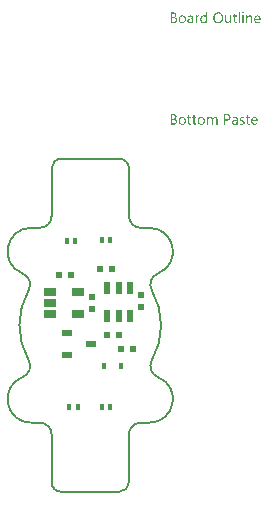
<source format=gbp>
G04*
G04 #@! TF.GenerationSoftware,Altium Limited,Altium Designer,21.8.1 (53)*
G04*
G04 Layer_Color=128*
%FSAX25Y25*%
%MOIN*%
G70*
G04*
G04 #@! TF.SameCoordinates,94FE2971-EC38-410B-9373-26AABD127CE3*
G04*
G04*
G04 #@! TF.FilePolarity,Positive*
G04*
G01*
G75*
%ADD10C,0.00787*%
%ADD33R,0.02362X0.03937*%
%ADD34R,0.03543X0.02362*%
%ADD35R,0.03937X0.02756*%
%ADD36R,0.01968X0.02165*%
%ADD38R,0.01968X0.02165*%
%ADD39R,0.02165X0.01968*%
%ADD50R,0.01280X0.02461*%
%ADD51R,0.01575X0.02362*%
G36*
X0050981Y0136890D02*
X0051006D01*
X0051061Y0136865D01*
X0051092Y0136846D01*
X0051123Y0136821D01*
X0051129Y0136815D01*
X0051135Y0136809D01*
X0051166Y0136772D01*
X0051191Y0136710D01*
X0051197Y0136673D01*
X0051204Y0136636D01*
Y0136629D01*
Y0136617D01*
X0051197Y0136599D01*
X0051191Y0136574D01*
X0051173Y0136512D01*
X0051148Y0136481D01*
X0051123Y0136450D01*
X0051117D01*
X0051111Y0136438D01*
X0051074Y0136413D01*
X0051018Y0136388D01*
X0050981Y0136382D01*
X0050944Y0136376D01*
X0050925D01*
X0050906Y0136382D01*
X0050882D01*
X0050820Y0136407D01*
X0050789Y0136419D01*
X0050758Y0136444D01*
Y0136450D01*
X0050745Y0136456D01*
X0050733Y0136475D01*
X0050721Y0136493D01*
X0050696Y0136555D01*
X0050690Y0136592D01*
X0050684Y0136636D01*
Y0136642D01*
Y0136654D01*
X0050690Y0136673D01*
X0050696Y0136704D01*
X0050715Y0136759D01*
X0050733Y0136791D01*
X0050758Y0136821D01*
X0050764Y0136828D01*
X0050770Y0136834D01*
X0050807Y0136858D01*
X0050869Y0136883D01*
X0050906Y0136896D01*
X0050962D01*
X0050981Y0136890D01*
D02*
G37*
G36*
X0038991Y0133225D02*
X0038588D01*
Y0133646D01*
X0038576D01*
Y0133640D01*
X0038564Y0133627D01*
X0038545Y0133603D01*
X0038526Y0133572D01*
X0038495Y0133535D01*
X0038458Y0133497D01*
X0038415Y0133454D01*
X0038366Y0133411D01*
X0038310Y0133361D01*
X0038242Y0133318D01*
X0038174Y0133281D01*
X0038093Y0133244D01*
X0038013Y0133213D01*
X0037920Y0133188D01*
X0037821Y0133176D01*
X0037716Y0133169D01*
X0037672D01*
X0037635Y0133176D01*
X0037598Y0133182D01*
X0037548Y0133188D01*
X0037443Y0133213D01*
X0037319Y0133250D01*
X0037196Y0133312D01*
X0037128Y0133349D01*
X0037072Y0133392D01*
X0037010Y0133448D01*
X0036954Y0133504D01*
Y0133510D01*
X0036942Y0133522D01*
X0036929Y0133541D01*
X0036911Y0133565D01*
X0036892Y0133596D01*
X0036867Y0133640D01*
X0036843Y0133689D01*
X0036818Y0133745D01*
X0036787Y0133807D01*
X0036762Y0133875D01*
X0036737Y0133949D01*
X0036719Y0134030D01*
X0036700Y0134116D01*
X0036688Y0134215D01*
X0036682Y0134315D01*
X0036676Y0134420D01*
Y0134426D01*
Y0134444D01*
Y0134482D01*
X0036682Y0134525D01*
X0036688Y0134574D01*
X0036694Y0134636D01*
X0036700Y0134704D01*
X0036713Y0134779D01*
X0036750Y0134940D01*
X0036806Y0135107D01*
X0036843Y0135187D01*
X0036886Y0135268D01*
X0036929Y0135342D01*
X0036985Y0135416D01*
X0036991Y0135423D01*
X0036998Y0135435D01*
X0037016Y0135453D01*
X0037041Y0135478D01*
X0037072Y0135503D01*
X0037115Y0135534D01*
X0037159Y0135571D01*
X0037208Y0135608D01*
X0037332Y0135676D01*
X0037474Y0135738D01*
X0037555Y0135757D01*
X0037641Y0135775D01*
X0037728Y0135788D01*
X0037827Y0135794D01*
X0037876D01*
X0037914Y0135788D01*
X0037951Y0135782D01*
X0038000Y0135775D01*
X0038112Y0135744D01*
X0038236Y0135695D01*
X0038297Y0135664D01*
X0038359Y0135620D01*
X0038421Y0135577D01*
X0038477Y0135521D01*
X0038526Y0135460D01*
X0038576Y0135385D01*
X0038588D01*
Y0136945D01*
X0038991D01*
Y0133225D01*
D02*
G37*
G36*
X0053259Y0135788D02*
X0053333Y0135782D01*
X0053426Y0135763D01*
X0053525Y0135732D01*
X0053630Y0135682D01*
X0053735Y0135614D01*
X0053779Y0135577D01*
X0053822Y0135528D01*
X0053834Y0135515D01*
X0053859Y0135478D01*
X0053890Y0135416D01*
X0053933Y0135330D01*
X0053970Y0135224D01*
X0054008Y0135094D01*
X0054032Y0134940D01*
X0054039Y0134760D01*
Y0133225D01*
X0053636D01*
Y0134655D01*
Y0134661D01*
Y0134692D01*
X0053630Y0134729D01*
Y0134779D01*
X0053618Y0134841D01*
X0053605Y0134909D01*
X0053587Y0134983D01*
X0053562Y0135057D01*
X0053531Y0135132D01*
X0053494Y0135200D01*
X0053444Y0135268D01*
X0053389Y0135330D01*
X0053327Y0135379D01*
X0053246Y0135416D01*
X0053160Y0135447D01*
X0053054Y0135453D01*
X0053042D01*
X0053005Y0135447D01*
X0052949Y0135441D01*
X0052881Y0135423D01*
X0052801Y0135398D01*
X0052714Y0135354D01*
X0052634Y0135299D01*
X0052553Y0135224D01*
X0052547Y0135212D01*
X0052522Y0135187D01*
X0052491Y0135138D01*
X0052454Y0135070D01*
X0052417Y0134989D01*
X0052386Y0134890D01*
X0052361Y0134779D01*
X0052355Y0134655D01*
Y0133225D01*
X0051953D01*
Y0135738D01*
X0052355D01*
Y0135317D01*
X0052367D01*
X0052373Y0135323D01*
X0052380Y0135336D01*
X0052398Y0135361D01*
X0052423Y0135391D01*
X0052448Y0135429D01*
X0052485Y0135466D01*
X0052528Y0135509D01*
X0052578Y0135559D01*
X0052634Y0135602D01*
X0052695Y0135645D01*
X0052763Y0135682D01*
X0052838Y0135720D01*
X0052912Y0135750D01*
X0052999Y0135775D01*
X0053092Y0135788D01*
X0053191Y0135794D01*
X0053228D01*
X0053259Y0135788D01*
D02*
G37*
G36*
X0036261Y0135775D02*
X0036335Y0135769D01*
X0036378Y0135757D01*
X0036410Y0135744D01*
Y0135330D01*
X0036403Y0135336D01*
X0036391Y0135342D01*
X0036366Y0135354D01*
X0036335Y0135373D01*
X0036292Y0135385D01*
X0036236Y0135398D01*
X0036174Y0135404D01*
X0036106Y0135410D01*
X0036094D01*
X0036063Y0135404D01*
X0036013Y0135398D01*
X0035958Y0135379D01*
X0035883Y0135348D01*
X0035815Y0135305D01*
X0035741Y0135243D01*
X0035673Y0135162D01*
X0035667Y0135150D01*
X0035648Y0135119D01*
X0035617Y0135063D01*
X0035586Y0134989D01*
X0035555Y0134896D01*
X0035524Y0134779D01*
X0035506Y0134649D01*
X0035500Y0134500D01*
Y0133225D01*
X0035097D01*
Y0135738D01*
X0035500D01*
Y0135218D01*
X0035512D01*
Y0135224D01*
X0035518Y0135231D01*
X0035530Y0135261D01*
X0035549Y0135311D01*
X0035580Y0135373D01*
X0035611Y0135435D01*
X0035660Y0135503D01*
X0035710Y0135571D01*
X0035772Y0135633D01*
X0035778Y0135639D01*
X0035803Y0135658D01*
X0035840Y0135682D01*
X0035890Y0135707D01*
X0035945Y0135732D01*
X0036013Y0135757D01*
X0036088Y0135775D01*
X0036168Y0135782D01*
X0036224D01*
X0036261Y0135775D01*
D02*
G37*
G36*
X0047001Y0133225D02*
X0046598D01*
Y0133621D01*
X0046586D01*
Y0133615D01*
X0046573Y0133603D01*
X0046561Y0133578D01*
X0046536Y0133553D01*
X0046481Y0133479D01*
X0046394Y0133398D01*
X0046344Y0133355D01*
X0046289Y0133312D01*
X0046227Y0133274D01*
X0046152Y0133237D01*
X0046078Y0133213D01*
X0045998Y0133188D01*
X0045905Y0133176D01*
X0045812Y0133169D01*
X0045775D01*
X0045732Y0133176D01*
X0045670Y0133188D01*
X0045602Y0133200D01*
X0045527Y0133225D01*
X0045447Y0133256D01*
X0045366Y0133306D01*
X0045280Y0133361D01*
X0045199Y0133429D01*
X0045125Y0133516D01*
X0045057Y0133621D01*
X0044995Y0133739D01*
X0044952Y0133881D01*
X0044927Y0134048D01*
X0044914Y0134135D01*
Y0134234D01*
Y0135738D01*
X0045311D01*
Y0134296D01*
Y0134290D01*
Y0134265D01*
X0045317Y0134222D01*
X0045323Y0134172D01*
X0045329Y0134110D01*
X0045342Y0134048D01*
X0045360Y0133974D01*
X0045385Y0133900D01*
X0045422Y0133825D01*
X0045459Y0133757D01*
X0045509Y0133689D01*
X0045571Y0133627D01*
X0045639Y0133578D01*
X0045719Y0133541D01*
X0045818Y0133510D01*
X0045924Y0133504D01*
X0045936D01*
X0045973Y0133510D01*
X0046029Y0133516D01*
X0046091Y0133528D01*
X0046171Y0133559D01*
X0046252Y0133596D01*
X0046332Y0133646D01*
X0046406Y0133720D01*
X0046413Y0133733D01*
X0046437Y0133757D01*
X0046468Y0133807D01*
X0046505Y0133875D01*
X0046536Y0133955D01*
X0046567Y0134055D01*
X0046592Y0134166D01*
X0046598Y0134290D01*
Y0135738D01*
X0047001D01*
Y0133225D01*
D02*
G37*
G36*
X0051135D02*
X0050733D01*
Y0135738D01*
X0051135D01*
Y0133225D01*
D02*
G37*
G36*
X0049916D02*
X0049514D01*
Y0136945D01*
X0049916D01*
Y0133225D01*
D02*
G37*
G36*
X0033537Y0135788D02*
X0033593Y0135782D01*
X0033661Y0135763D01*
X0033735Y0135744D01*
X0033816Y0135713D01*
X0033902Y0135676D01*
X0033983Y0135627D01*
X0034064Y0135565D01*
X0034138Y0135491D01*
X0034206Y0135398D01*
X0034262Y0135292D01*
X0034305Y0135169D01*
X0034330Y0135026D01*
X0034342Y0134859D01*
Y0133225D01*
X0033940D01*
Y0133615D01*
X0033927D01*
Y0133609D01*
X0033915Y0133596D01*
X0033902Y0133572D01*
X0033878Y0133547D01*
X0033816Y0133473D01*
X0033735Y0133392D01*
X0033624Y0133312D01*
X0033494Y0133237D01*
X0033413Y0133213D01*
X0033333Y0133188D01*
X0033246Y0133176D01*
X0033154Y0133169D01*
X0033116D01*
X0033092Y0133176D01*
X0033024Y0133182D01*
X0032943Y0133194D01*
X0032844Y0133219D01*
X0032751Y0133250D01*
X0032652Y0133299D01*
X0032566Y0133361D01*
X0032559Y0133374D01*
X0032535Y0133398D01*
X0032497Y0133442D01*
X0032460Y0133504D01*
X0032423Y0133578D01*
X0032386Y0133665D01*
X0032361Y0133770D01*
X0032355Y0133887D01*
Y0133894D01*
Y0133918D01*
X0032361Y0133955D01*
X0032367Y0133999D01*
X0032380Y0134055D01*
X0032398Y0134116D01*
X0032423Y0134185D01*
X0032460Y0134253D01*
X0032504Y0134327D01*
X0032559Y0134401D01*
X0032627Y0134469D01*
X0032708Y0134531D01*
X0032801Y0134593D01*
X0032912Y0134643D01*
X0033036Y0134680D01*
X0033184Y0134711D01*
X0033940Y0134816D01*
Y0134822D01*
Y0134841D01*
X0033933Y0134878D01*
Y0134915D01*
X0033921Y0134964D01*
X0033915Y0135020D01*
X0033878Y0135138D01*
X0033847Y0135193D01*
X0033816Y0135249D01*
X0033773Y0135305D01*
X0033723Y0135354D01*
X0033661Y0135398D01*
X0033593Y0135429D01*
X0033513Y0135447D01*
X0033420Y0135453D01*
X0033376D01*
X0033345Y0135447D01*
X0033302D01*
X0033259Y0135435D01*
X0033147Y0135416D01*
X0033024Y0135379D01*
X0032887Y0135323D01*
X0032813Y0135286D01*
X0032745Y0135249D01*
X0032671Y0135200D01*
X0032603Y0135144D01*
Y0135559D01*
X0032609D01*
X0032621Y0135571D01*
X0032640Y0135583D01*
X0032671Y0135596D01*
X0032702Y0135614D01*
X0032745Y0135633D01*
X0032794Y0135652D01*
X0032850Y0135676D01*
X0032974Y0135720D01*
X0033123Y0135757D01*
X0033283Y0135782D01*
X0033457Y0135794D01*
X0033494D01*
X0033537Y0135788D01*
D02*
G37*
G36*
X0027849Y0136735D02*
X0027892D01*
X0027935Y0136729D01*
X0028034Y0136716D01*
X0028152Y0136685D01*
X0028276Y0136648D01*
X0028393Y0136592D01*
X0028499Y0136518D01*
X0028505D01*
X0028511Y0136506D01*
X0028542Y0136481D01*
X0028585Y0136431D01*
X0028635Y0136363D01*
X0028678Y0136277D01*
X0028721Y0136178D01*
X0028752Y0136066D01*
X0028765Y0136004D01*
Y0135936D01*
Y0135930D01*
Y0135924D01*
Y0135887D01*
X0028759Y0135831D01*
X0028746Y0135763D01*
X0028728Y0135676D01*
X0028697Y0135590D01*
X0028660Y0135503D01*
X0028604Y0135416D01*
X0028598Y0135404D01*
X0028573Y0135379D01*
X0028536Y0135342D01*
X0028486Y0135292D01*
X0028424Y0135243D01*
X0028350Y0135187D01*
X0028257Y0135144D01*
X0028158Y0135101D01*
Y0135094D01*
X0028177D01*
X0028195Y0135088D01*
X0028214Y0135082D01*
X0028282Y0135070D01*
X0028363Y0135045D01*
X0028449Y0135008D01*
X0028542Y0134964D01*
X0028635Y0134903D01*
X0028721Y0134822D01*
X0028734Y0134810D01*
X0028759Y0134779D01*
X0028790Y0134735D01*
X0028833Y0134667D01*
X0028870Y0134581D01*
X0028907Y0134482D01*
X0028932Y0134364D01*
X0028938Y0134234D01*
Y0134228D01*
Y0134215D01*
Y0134191D01*
X0028932Y0134160D01*
X0028926Y0134123D01*
X0028920Y0134079D01*
X0028895Y0133974D01*
X0028858Y0133856D01*
X0028802Y0133733D01*
X0028765Y0133677D01*
X0028721Y0133615D01*
X0028666Y0133559D01*
X0028610Y0133504D01*
X0028604D01*
X0028598Y0133491D01*
X0028579Y0133479D01*
X0028554Y0133460D01*
X0028523Y0133442D01*
X0028480Y0133417D01*
X0028387Y0133367D01*
X0028270Y0133312D01*
X0028133Y0133268D01*
X0027972Y0133237D01*
X0027892Y0133231D01*
X0027799Y0133225D01*
X0026772D01*
Y0136741D01*
X0027818D01*
X0027849Y0136735D01*
D02*
G37*
G36*
X0048344Y0135738D02*
X0048981D01*
Y0135391D01*
X0048344D01*
Y0133974D01*
Y0133962D01*
Y0133931D01*
X0048350Y0133887D01*
X0048356Y0133832D01*
X0048381Y0133714D01*
X0048399Y0133658D01*
X0048430Y0133615D01*
X0048437Y0133609D01*
X0048449Y0133596D01*
X0048468Y0133584D01*
X0048499Y0133565D01*
X0048536Y0133541D01*
X0048585Y0133528D01*
X0048647Y0133516D01*
X0048715Y0133510D01*
X0048740D01*
X0048771Y0133516D01*
X0048808Y0133522D01*
X0048895Y0133547D01*
X0048938Y0133565D01*
X0048981Y0133590D01*
Y0133244D01*
X0048975D01*
X0048957Y0133231D01*
X0048926Y0133225D01*
X0048882Y0133213D01*
X0048827Y0133200D01*
X0048765Y0133188D01*
X0048690Y0133182D01*
X0048604Y0133176D01*
X0048573D01*
X0048542Y0133182D01*
X0048499Y0133188D01*
X0048449Y0133200D01*
X0048393Y0133213D01*
X0048338Y0133237D01*
X0048276Y0133268D01*
X0048214Y0133306D01*
X0048152Y0133355D01*
X0048096Y0133411D01*
X0048047Y0133485D01*
X0048003Y0133565D01*
X0047972Y0133665D01*
X0047948Y0133776D01*
X0047941Y0133906D01*
Y0135391D01*
X0047514D01*
Y0135738D01*
X0047941D01*
Y0136351D01*
X0048344Y0136481D01*
Y0135738D01*
D02*
G37*
G36*
X0055871Y0135788D02*
X0055914Y0135782D01*
X0055958Y0135775D01*
X0056069Y0135757D01*
X0056193Y0135713D01*
X0056317Y0135658D01*
X0056378Y0135620D01*
X0056440Y0135577D01*
X0056496Y0135528D01*
X0056552Y0135472D01*
X0056558Y0135466D01*
X0056564Y0135460D01*
X0056577Y0135441D01*
X0056595Y0135416D01*
X0056614Y0135379D01*
X0056638Y0135342D01*
X0056663Y0135299D01*
X0056688Y0135243D01*
X0056713Y0135181D01*
X0056737Y0135119D01*
X0056762Y0135045D01*
X0056781Y0134964D01*
X0056799Y0134878D01*
X0056812Y0134791D01*
X0056824Y0134692D01*
Y0134587D01*
Y0134376D01*
X0055048D01*
Y0134370D01*
Y0134358D01*
Y0134339D01*
X0055054Y0134308D01*
X0055060Y0134271D01*
Y0134234D01*
X0055079Y0134135D01*
X0055110Y0134036D01*
X0055147Y0133924D01*
X0055202Y0133819D01*
X0055270Y0133726D01*
X0055283Y0133714D01*
X0055308Y0133689D01*
X0055357Y0133658D01*
X0055425Y0133615D01*
X0055512Y0133572D01*
X0055611Y0133541D01*
X0055729Y0133516D01*
X0055865Y0133504D01*
X0055908D01*
X0055939Y0133510D01*
X0055976D01*
X0056019Y0133516D01*
X0056125Y0133541D01*
X0056242Y0133572D01*
X0056372Y0133621D01*
X0056508Y0133689D01*
X0056577Y0133733D01*
X0056645Y0133782D01*
Y0133405D01*
X0056638D01*
X0056632Y0133392D01*
X0056614Y0133386D01*
X0056583Y0133367D01*
X0056552Y0133349D01*
X0056515Y0133330D01*
X0056465Y0133312D01*
X0056416Y0133287D01*
X0056354Y0133262D01*
X0056286Y0133244D01*
X0056137Y0133206D01*
X0055964Y0133182D01*
X0055772Y0133169D01*
X0055722D01*
X0055685Y0133176D01*
X0055642Y0133182D01*
X0055586Y0133188D01*
X0055468Y0133213D01*
X0055332Y0133250D01*
X0055196Y0133312D01*
X0055128Y0133355D01*
X0055060Y0133398D01*
X0054998Y0133448D01*
X0054936Y0133510D01*
X0054930Y0133516D01*
X0054924Y0133528D01*
X0054911Y0133547D01*
X0054887Y0133572D01*
X0054868Y0133609D01*
X0054843Y0133652D01*
X0054812Y0133702D01*
X0054788Y0133757D01*
X0054757Y0133819D01*
X0054732Y0133894D01*
X0054701Y0133974D01*
X0054682Y0134061D01*
X0054664Y0134153D01*
X0054645Y0134253D01*
X0054639Y0134358D01*
X0054633Y0134469D01*
Y0134475D01*
Y0134494D01*
Y0134525D01*
X0054639Y0134568D01*
X0054645Y0134618D01*
X0054651Y0134674D01*
X0054658Y0134742D01*
X0054676Y0134810D01*
X0054713Y0134958D01*
X0054769Y0135119D01*
X0054806Y0135200D01*
X0054856Y0135274D01*
X0054905Y0135354D01*
X0054961Y0135423D01*
X0054967Y0135429D01*
X0054979Y0135441D01*
X0054998Y0135460D01*
X0055023Y0135478D01*
X0055054Y0135509D01*
X0055091Y0135540D01*
X0055140Y0135571D01*
X0055190Y0135608D01*
X0055308Y0135676D01*
X0055450Y0135738D01*
X0055530Y0135757D01*
X0055611Y0135775D01*
X0055698Y0135788D01*
X0055790Y0135794D01*
X0055840D01*
X0055871Y0135788D01*
D02*
G37*
G36*
X0042829Y0136797D02*
X0042890Y0136791D01*
X0042965Y0136778D01*
X0043045Y0136759D01*
X0043132Y0136741D01*
X0043218Y0136716D01*
X0043317Y0136685D01*
X0043410Y0136642D01*
X0043509Y0136592D01*
X0043608Y0136537D01*
X0043701Y0136469D01*
X0043794Y0136394D01*
X0043881Y0136308D01*
X0043887Y0136301D01*
X0043899Y0136283D01*
X0043924Y0136258D01*
X0043949Y0136221D01*
X0043986Y0136171D01*
X0044023Y0136109D01*
X0044060Y0136041D01*
X0044104Y0135967D01*
X0044147Y0135874D01*
X0044184Y0135782D01*
X0044221Y0135676D01*
X0044258Y0135559D01*
X0044283Y0135441D01*
X0044308Y0135311D01*
X0044320Y0135169D01*
X0044326Y0135026D01*
Y0135014D01*
Y0134989D01*
Y0134946D01*
X0044320Y0134884D01*
X0044314Y0134810D01*
X0044302Y0134729D01*
X0044289Y0134636D01*
X0044271Y0134531D01*
X0044246Y0134426D01*
X0044215Y0134315D01*
X0044178Y0134203D01*
X0044135Y0134092D01*
X0044079Y0133974D01*
X0044017Y0133869D01*
X0043949Y0133764D01*
X0043868Y0133665D01*
X0043862Y0133658D01*
X0043850Y0133646D01*
X0043819Y0133621D01*
X0043788Y0133590D01*
X0043738Y0133547D01*
X0043683Y0133510D01*
X0043621Y0133460D01*
X0043547Y0133417D01*
X0043466Y0133374D01*
X0043373Y0133324D01*
X0043274Y0133287D01*
X0043163Y0133250D01*
X0043045Y0133213D01*
X0042921Y0133188D01*
X0042791Y0133176D01*
X0042649Y0133169D01*
X0042618D01*
X0042575Y0133176D01*
X0042525D01*
X0042463Y0133182D01*
X0042389Y0133194D01*
X0042309Y0133213D01*
X0042216Y0133231D01*
X0042123Y0133256D01*
X0042024Y0133287D01*
X0041925Y0133330D01*
X0041826Y0133374D01*
X0041727Y0133429D01*
X0041628Y0133497D01*
X0041535Y0133572D01*
X0041448Y0133658D01*
X0041442Y0133665D01*
X0041430Y0133683D01*
X0041405Y0133708D01*
X0041380Y0133745D01*
X0041343Y0133794D01*
X0041306Y0133856D01*
X0041269Y0133924D01*
X0041225Y0134005D01*
X0041182Y0134092D01*
X0041145Y0134185D01*
X0041108Y0134290D01*
X0041071Y0134407D01*
X0041046Y0134525D01*
X0041021Y0134655D01*
X0041009Y0134797D01*
X0041003Y0134940D01*
Y0134952D01*
Y0134977D01*
X0041009Y0135020D01*
Y0135082D01*
X0041015Y0135150D01*
X0041027Y0135237D01*
X0041040Y0135330D01*
X0041058Y0135429D01*
X0041083Y0135534D01*
X0041114Y0135645D01*
X0041151Y0135757D01*
X0041194Y0135868D01*
X0041250Y0135980D01*
X0041312Y0136091D01*
X0041380Y0136196D01*
X0041460Y0136295D01*
X0041467Y0136301D01*
X0041479Y0136320D01*
X0041510Y0136345D01*
X0041547Y0136376D01*
X0041590Y0136413D01*
X0041646Y0136456D01*
X0041714Y0136500D01*
X0041789Y0136549D01*
X0041875Y0136599D01*
X0041968Y0136642D01*
X0042067Y0136685D01*
X0042179Y0136722D01*
X0042302Y0136753D01*
X0042432Y0136784D01*
X0042568Y0136797D01*
X0042711Y0136803D01*
X0042779D01*
X0042829Y0136797D01*
D02*
G37*
G36*
X0030801Y0135788D02*
X0030845Y0135782D01*
X0030900Y0135775D01*
X0031024Y0135750D01*
X0031167Y0135707D01*
X0031309Y0135645D01*
X0031383Y0135608D01*
X0031451Y0135565D01*
X0031519Y0135509D01*
X0031581Y0135447D01*
X0031587Y0135441D01*
X0031594Y0135429D01*
X0031612Y0135410D01*
X0031631Y0135385D01*
X0031656Y0135348D01*
X0031680Y0135305D01*
X0031711Y0135255D01*
X0031742Y0135200D01*
X0031767Y0135132D01*
X0031798Y0135063D01*
X0031823Y0134983D01*
X0031847Y0134896D01*
X0031866Y0134803D01*
X0031885Y0134704D01*
X0031891Y0134599D01*
X0031897Y0134488D01*
Y0134482D01*
Y0134463D01*
Y0134432D01*
X0031891Y0134389D01*
X0031885Y0134339D01*
X0031878Y0134277D01*
X0031866Y0134215D01*
X0031854Y0134141D01*
X0031817Y0133993D01*
X0031755Y0133832D01*
X0031718Y0133751D01*
X0031668Y0133671D01*
X0031618Y0133596D01*
X0031556Y0133528D01*
X0031550Y0133522D01*
X0031538Y0133516D01*
X0031519Y0133497D01*
X0031495Y0133473D01*
X0031457Y0133448D01*
X0031420Y0133417D01*
X0031371Y0133380D01*
X0031315Y0133349D01*
X0031253Y0133318D01*
X0031185Y0133281D01*
X0031111Y0133250D01*
X0031030Y0133225D01*
X0030944Y0133200D01*
X0030851Y0133188D01*
X0030752Y0133176D01*
X0030647Y0133169D01*
X0030591D01*
X0030554Y0133176D01*
X0030510Y0133182D01*
X0030455Y0133188D01*
X0030393Y0133200D01*
X0030325Y0133213D01*
X0030182Y0133256D01*
X0030034Y0133318D01*
X0029959Y0133355D01*
X0029891Y0133405D01*
X0029823Y0133454D01*
X0029755Y0133516D01*
X0029749Y0133522D01*
X0029743Y0133535D01*
X0029724Y0133553D01*
X0029706Y0133578D01*
X0029681Y0133615D01*
X0029650Y0133658D01*
X0029619Y0133708D01*
X0029594Y0133764D01*
X0029563Y0133832D01*
X0029532Y0133900D01*
X0029501Y0133974D01*
X0029477Y0134061D01*
X0029439Y0134246D01*
X0029433Y0134345D01*
X0029427Y0134451D01*
Y0134457D01*
Y0134482D01*
Y0134512D01*
X0029433Y0134556D01*
X0029439Y0134605D01*
X0029446Y0134667D01*
X0029458Y0134735D01*
X0029471Y0134810D01*
X0029508Y0134971D01*
X0029570Y0135132D01*
X0029613Y0135212D01*
X0029656Y0135292D01*
X0029706Y0135367D01*
X0029768Y0135435D01*
X0029774Y0135441D01*
X0029786Y0135453D01*
X0029805Y0135466D01*
X0029829Y0135491D01*
X0029867Y0135515D01*
X0029910Y0135546D01*
X0029959Y0135583D01*
X0030015Y0135614D01*
X0030077Y0135645D01*
X0030151Y0135682D01*
X0030226Y0135713D01*
X0030312Y0135738D01*
X0030399Y0135763D01*
X0030498Y0135782D01*
X0030603Y0135788D01*
X0030709Y0135794D01*
X0030764D01*
X0030801Y0135788D01*
D02*
G37*
G36*
X0050900Y0101929D02*
X0050981Y0101923D01*
X0051067Y0101911D01*
X0051166Y0101886D01*
X0051266Y0101861D01*
X0051364Y0101824D01*
Y0101416D01*
X0051352Y0101422D01*
X0051315Y0101447D01*
X0051259Y0101471D01*
X0051185Y0101508D01*
X0051092Y0101539D01*
X0050981Y0101570D01*
X0050857Y0101589D01*
X0050727Y0101595D01*
X0050659D01*
X0050597Y0101583D01*
X0050523Y0101570D01*
X0050516D01*
X0050510Y0101564D01*
X0050473Y0101552D01*
X0050424Y0101527D01*
X0050368Y0101496D01*
X0050355Y0101490D01*
X0050331Y0101465D01*
X0050300Y0101428D01*
X0050269Y0101385D01*
X0050263Y0101372D01*
X0050250Y0101341D01*
X0050238Y0101298D01*
X0050232Y0101242D01*
Y0101236D01*
Y0101224D01*
Y0101205D01*
X0050238Y0101187D01*
X0050250Y0101131D01*
X0050269Y0101075D01*
X0050275Y0101063D01*
X0050294Y0101038D01*
X0050331Y0101001D01*
X0050374Y0100958D01*
X0050380D01*
X0050387Y0100951D01*
X0050424Y0100927D01*
X0050473Y0100896D01*
X0050541Y0100865D01*
X0050547D01*
X0050560Y0100858D01*
X0050578Y0100852D01*
X0050609Y0100840D01*
X0050677Y0100815D01*
X0050764Y0100778D01*
X0050770D01*
X0050795Y0100766D01*
X0050826Y0100753D01*
X0050863Y0100741D01*
X0050962Y0100698D01*
X0051061Y0100648D01*
X0051067D01*
X0051086Y0100636D01*
X0051111Y0100623D01*
X0051142Y0100605D01*
X0051216Y0100555D01*
X0051290Y0100493D01*
X0051296Y0100487D01*
X0051309Y0100481D01*
X0051321Y0100462D01*
X0051346Y0100438D01*
X0051389Y0100376D01*
X0051433Y0100295D01*
Y0100289D01*
X0051439Y0100277D01*
X0051451Y0100252D01*
X0051457Y0100221D01*
X0051470Y0100184D01*
X0051476Y0100141D01*
X0051482Y0100035D01*
Y0100029D01*
Y0100004D01*
X0051476Y0099967D01*
X0051470Y0099924D01*
X0051464Y0099874D01*
X0051445Y0099819D01*
X0051426Y0099769D01*
X0051395Y0099713D01*
X0051389Y0099707D01*
X0051383Y0099689D01*
X0051364Y0099664D01*
X0051340Y0099633D01*
X0051309Y0099596D01*
X0051272Y0099559D01*
X0051179Y0099484D01*
X0051173Y0099478D01*
X0051154Y0099472D01*
X0051129Y0099453D01*
X0051086Y0099435D01*
X0051043Y0099410D01*
X0050987Y0099392D01*
X0050931Y0099373D01*
X0050863Y0099354D01*
X0050857D01*
X0050832Y0099348D01*
X0050795Y0099342D01*
X0050752Y0099336D01*
X0050690Y0099323D01*
X0050628Y0099317D01*
X0050485Y0099311D01*
X0050424D01*
X0050349Y0099317D01*
X0050257Y0099330D01*
X0050151Y0099348D01*
X0050040Y0099373D01*
X0049928Y0099404D01*
X0049817Y0099453D01*
Y0099887D01*
X0049823D01*
X0049829Y0099874D01*
X0049848Y0099862D01*
X0049873Y0099850D01*
X0049941Y0099812D01*
X0050034Y0099769D01*
X0050139Y0099720D01*
X0050263Y0099682D01*
X0050399Y0099658D01*
X0050541Y0099645D01*
X0050591D01*
X0050622Y0099651D01*
X0050708Y0099664D01*
X0050807Y0099689D01*
X0050900Y0099732D01*
X0050944Y0099763D01*
X0050987Y0099794D01*
X0051018Y0099837D01*
X0051043Y0099880D01*
X0051061Y0099936D01*
X0051067Y0099998D01*
Y0100004D01*
Y0100017D01*
Y0100035D01*
X0051061Y0100054D01*
X0051049Y0100110D01*
X0051024Y0100165D01*
Y0100171D01*
X0051018Y0100178D01*
X0050993Y0100209D01*
X0050956Y0100252D01*
X0050900Y0100289D01*
X0050894D01*
X0050888Y0100301D01*
X0050851Y0100320D01*
X0050795Y0100357D01*
X0050721Y0100388D01*
X0050715D01*
X0050702Y0100394D01*
X0050684Y0100407D01*
X0050653Y0100419D01*
X0050585Y0100444D01*
X0050498Y0100481D01*
X0050492D01*
X0050467Y0100493D01*
X0050436Y0100506D01*
X0050399Y0100518D01*
X0050300Y0100561D01*
X0050201Y0100611D01*
X0050195Y0100617D01*
X0050182Y0100623D01*
X0050157Y0100636D01*
X0050126Y0100654D01*
X0050058Y0100704D01*
X0049990Y0100759D01*
X0049984Y0100766D01*
X0049978Y0100772D01*
X0049959Y0100790D01*
X0049941Y0100815D01*
X0049898Y0100877D01*
X0049860Y0100951D01*
Y0100958D01*
X0049854Y0100970D01*
X0049848Y0100995D01*
X0049842Y0101026D01*
X0049836Y0101063D01*
X0049829Y0101106D01*
X0049823Y0101211D01*
Y0101218D01*
Y0101242D01*
X0049829Y0101273D01*
X0049836Y0101317D01*
X0049842Y0101366D01*
X0049860Y0101416D01*
X0049879Y0101471D01*
X0049904Y0101521D01*
X0049910Y0101527D01*
X0049916Y0101546D01*
X0049935Y0101570D01*
X0049959Y0101601D01*
X0050028Y0101676D01*
X0050114Y0101750D01*
X0050120Y0101756D01*
X0050139Y0101762D01*
X0050164Y0101781D01*
X0050207Y0101799D01*
X0050250Y0101824D01*
X0050300Y0101849D01*
X0050424Y0101886D01*
X0050430D01*
X0050455Y0101892D01*
X0050485Y0101905D01*
X0050535Y0101911D01*
X0050585Y0101923D01*
X0050647Y0101929D01*
X0050783Y0101936D01*
X0050838D01*
X0050900Y0101929D01*
D02*
G37*
G36*
X0041708D02*
X0041764Y0101917D01*
X0041826Y0101905D01*
X0041894Y0101880D01*
X0041974Y0101849D01*
X0042049Y0101806D01*
X0042129Y0101756D01*
X0042203Y0101688D01*
X0042271Y0101601D01*
X0042333Y0101502D01*
X0042389Y0101391D01*
X0042426Y0101249D01*
X0042457Y0101094D01*
X0042463Y0100914D01*
Y0099367D01*
X0042061D01*
Y0100809D01*
Y0100815D01*
Y0100828D01*
Y0100846D01*
Y0100877D01*
X0042055Y0100951D01*
X0042042Y0101038D01*
X0042030Y0101137D01*
X0042005Y0101236D01*
X0041974Y0101329D01*
X0041931Y0101409D01*
X0041925Y0101416D01*
X0041906Y0101440D01*
X0041875Y0101471D01*
X0041826Y0101502D01*
X0041770Y0101539D01*
X0041696Y0101564D01*
X0041603Y0101589D01*
X0041498Y0101595D01*
X0041485D01*
X0041454Y0101589D01*
X0041405Y0101583D01*
X0041343Y0101564D01*
X0041275Y0101539D01*
X0041201Y0101496D01*
X0041126Y0101440D01*
X0041058Y0101360D01*
X0041052Y0101347D01*
X0041033Y0101317D01*
X0041003Y0101267D01*
X0040971Y0101199D01*
X0040934Y0101119D01*
X0040910Y0101026D01*
X0040885Y0100914D01*
X0040879Y0100797D01*
Y0099367D01*
X0040476D01*
Y0100858D01*
Y0100865D01*
Y0100890D01*
X0040470Y0100927D01*
Y0100976D01*
X0040458Y0101032D01*
X0040445Y0101094D01*
X0040427Y0101156D01*
X0040408Y0101230D01*
X0040377Y0101298D01*
X0040340Y0101360D01*
X0040291Y0101422D01*
X0040235Y0101478D01*
X0040173Y0101527D01*
X0040093Y0101564D01*
X0040006Y0101589D01*
X0039907Y0101595D01*
X0039895D01*
X0039863Y0101589D01*
X0039814Y0101583D01*
X0039752Y0101570D01*
X0039684Y0101539D01*
X0039610Y0101502D01*
X0039535Y0101447D01*
X0039467Y0101372D01*
X0039461Y0101360D01*
X0039443Y0101335D01*
X0039412Y0101286D01*
X0039381Y0101218D01*
X0039350Y0101137D01*
X0039319Y0101038D01*
X0039300Y0100927D01*
X0039294Y0100797D01*
Y0099367D01*
X0038892D01*
Y0101880D01*
X0039294D01*
Y0101478D01*
X0039306D01*
X0039313Y0101484D01*
X0039319Y0101496D01*
X0039337Y0101521D01*
X0039356Y0101552D01*
X0039418Y0101620D01*
X0039505Y0101707D01*
X0039616Y0101793D01*
X0039746Y0101861D01*
X0039826Y0101892D01*
X0039907Y0101917D01*
X0039994Y0101929D01*
X0040086Y0101936D01*
X0040130D01*
X0040179Y0101929D01*
X0040241Y0101917D01*
X0040309Y0101899D01*
X0040383Y0101874D01*
X0040458Y0101843D01*
X0040532Y0101793D01*
X0040538Y0101787D01*
X0040563Y0101769D01*
X0040594Y0101737D01*
X0040637Y0101694D01*
X0040681Y0101638D01*
X0040724Y0101577D01*
X0040767Y0101502D01*
X0040798Y0101416D01*
X0040804Y0101422D01*
X0040811Y0101440D01*
X0040829Y0101465D01*
X0040848Y0101496D01*
X0040879Y0101539D01*
X0040916Y0101583D01*
X0040959Y0101626D01*
X0041009Y0101676D01*
X0041064Y0101725D01*
X0041126Y0101769D01*
X0041194Y0101818D01*
X0041269Y0101855D01*
X0041349Y0101886D01*
X0041436Y0101911D01*
X0041535Y0101929D01*
X0041634Y0101936D01*
X0041671D01*
X0041708Y0101929D01*
D02*
G37*
G36*
X0048406D02*
X0048461Y0101923D01*
X0048529Y0101905D01*
X0048604Y0101886D01*
X0048684Y0101855D01*
X0048771Y0101818D01*
X0048851Y0101769D01*
X0048932Y0101707D01*
X0049006Y0101632D01*
X0049074Y0101539D01*
X0049130Y0101434D01*
X0049173Y0101310D01*
X0049198Y0101168D01*
X0049210Y0101001D01*
Y0099367D01*
X0048808D01*
Y0099757D01*
X0048796D01*
Y0099751D01*
X0048783Y0099738D01*
X0048771Y0099713D01*
X0048746Y0099689D01*
X0048684Y0099614D01*
X0048604Y0099534D01*
X0048492Y0099453D01*
X0048362Y0099379D01*
X0048282Y0099354D01*
X0048201Y0099330D01*
X0048115Y0099317D01*
X0048022Y0099311D01*
X0047985D01*
X0047960Y0099317D01*
X0047892Y0099323D01*
X0047811Y0099336D01*
X0047712Y0099361D01*
X0047620Y0099392D01*
X0047521Y0099441D01*
X0047434Y0099503D01*
X0047428Y0099515D01*
X0047403Y0099540D01*
X0047366Y0099583D01*
X0047329Y0099645D01*
X0047291Y0099720D01*
X0047254Y0099806D01*
X0047230Y0099911D01*
X0047223Y0100029D01*
Y0100035D01*
Y0100060D01*
X0047230Y0100097D01*
X0047236Y0100141D01*
X0047248Y0100196D01*
X0047267Y0100258D01*
X0047291Y0100326D01*
X0047329Y0100394D01*
X0047372Y0100469D01*
X0047428Y0100543D01*
X0047496Y0100611D01*
X0047576Y0100673D01*
X0047669Y0100735D01*
X0047780Y0100784D01*
X0047904Y0100821D01*
X0048053Y0100852D01*
X0048808Y0100958D01*
Y0100964D01*
Y0100982D01*
X0048802Y0101020D01*
Y0101057D01*
X0048790Y0101106D01*
X0048783Y0101162D01*
X0048746Y0101279D01*
X0048715Y0101335D01*
X0048684Y0101391D01*
X0048641Y0101447D01*
X0048591Y0101496D01*
X0048529Y0101539D01*
X0048461Y0101570D01*
X0048381Y0101589D01*
X0048288Y0101595D01*
X0048245D01*
X0048214Y0101589D01*
X0048171D01*
X0048127Y0101577D01*
X0048016Y0101558D01*
X0047892Y0101521D01*
X0047756Y0101465D01*
X0047681Y0101428D01*
X0047613Y0101391D01*
X0047539Y0101341D01*
X0047471Y0101286D01*
Y0101700D01*
X0047477D01*
X0047490Y0101713D01*
X0047508Y0101725D01*
X0047539Y0101737D01*
X0047570Y0101756D01*
X0047613Y0101775D01*
X0047663Y0101793D01*
X0047719Y0101818D01*
X0047842Y0101861D01*
X0047991Y0101899D01*
X0048152Y0101923D01*
X0048325Y0101936D01*
X0048362D01*
X0048406Y0101929D01*
D02*
G37*
G36*
X0045707Y0102876D02*
X0045756D01*
X0045806Y0102870D01*
X0045936Y0102846D01*
X0046072Y0102815D01*
X0046221Y0102765D01*
X0046363Y0102697D01*
X0046425Y0102654D01*
X0046487Y0102604D01*
X0046493D01*
X0046499Y0102592D01*
X0046518Y0102573D01*
X0046536Y0102555D01*
X0046586Y0102493D01*
X0046648Y0102406D01*
X0046703Y0102295D01*
X0046753Y0102165D01*
X0046790Y0102010D01*
X0046796Y0101923D01*
X0046802Y0101830D01*
Y0101824D01*
Y0101806D01*
Y0101781D01*
X0046796Y0101750D01*
X0046790Y0101707D01*
X0046784Y0101657D01*
X0046759Y0101539D01*
X0046716Y0101409D01*
X0046654Y0101273D01*
X0046617Y0101205D01*
X0046573Y0101137D01*
X0046518Y0101069D01*
X0046456Y0101007D01*
X0046450Y0101001D01*
X0046437Y0100995D01*
X0046419Y0100976D01*
X0046394Y0100958D01*
X0046357Y0100933D01*
X0046314Y0100908D01*
X0046264Y0100877D01*
X0046208Y0100852D01*
X0046146Y0100821D01*
X0046078Y0100790D01*
X0045998Y0100766D01*
X0045917Y0100741D01*
X0045732Y0100704D01*
X0045633Y0100698D01*
X0045527Y0100691D01*
X0045063D01*
Y0099367D01*
X0044648D01*
Y0102883D01*
X0045670D01*
X0045707Y0102876D01*
D02*
G37*
G36*
X0027849D02*
X0027892D01*
X0027935Y0102870D01*
X0028034Y0102858D01*
X0028152Y0102827D01*
X0028276Y0102790D01*
X0028393Y0102734D01*
X0028499Y0102660D01*
X0028505D01*
X0028511Y0102647D01*
X0028542Y0102623D01*
X0028585Y0102573D01*
X0028635Y0102505D01*
X0028678Y0102418D01*
X0028721Y0102319D01*
X0028752Y0102208D01*
X0028765Y0102146D01*
Y0102078D01*
Y0102072D01*
Y0102066D01*
Y0102028D01*
X0028759Y0101973D01*
X0028746Y0101905D01*
X0028728Y0101818D01*
X0028697Y0101731D01*
X0028660Y0101645D01*
X0028604Y0101558D01*
X0028598Y0101546D01*
X0028573Y0101521D01*
X0028536Y0101484D01*
X0028486Y0101434D01*
X0028424Y0101385D01*
X0028350Y0101329D01*
X0028257Y0101286D01*
X0028158Y0101242D01*
Y0101236D01*
X0028177D01*
X0028195Y0101230D01*
X0028214Y0101224D01*
X0028282Y0101211D01*
X0028363Y0101187D01*
X0028449Y0101149D01*
X0028542Y0101106D01*
X0028635Y0101044D01*
X0028721Y0100964D01*
X0028734Y0100951D01*
X0028759Y0100920D01*
X0028790Y0100877D01*
X0028833Y0100809D01*
X0028870Y0100722D01*
X0028907Y0100623D01*
X0028932Y0100506D01*
X0028938Y0100376D01*
Y0100370D01*
Y0100357D01*
Y0100332D01*
X0028932Y0100301D01*
X0028926Y0100264D01*
X0028920Y0100221D01*
X0028895Y0100116D01*
X0028858Y0099998D01*
X0028802Y0099874D01*
X0028765Y0099819D01*
X0028721Y0099757D01*
X0028666Y0099701D01*
X0028610Y0099645D01*
X0028604D01*
X0028598Y0099633D01*
X0028579Y0099620D01*
X0028554Y0099602D01*
X0028523Y0099583D01*
X0028480Y0099559D01*
X0028387Y0099509D01*
X0028270Y0099453D01*
X0028133Y0099410D01*
X0027972Y0099379D01*
X0027892Y0099373D01*
X0027799Y0099367D01*
X0026772D01*
Y0102883D01*
X0027818D01*
X0027849Y0102876D01*
D02*
G37*
G36*
X0052634Y0101880D02*
X0053271D01*
Y0101533D01*
X0052634D01*
Y0100116D01*
Y0100103D01*
Y0100072D01*
X0052640Y0100029D01*
X0052646Y0099973D01*
X0052671Y0099856D01*
X0052689Y0099800D01*
X0052720Y0099757D01*
X0052726Y0099751D01*
X0052739Y0099738D01*
X0052757Y0099726D01*
X0052788Y0099707D01*
X0052825Y0099682D01*
X0052875Y0099670D01*
X0052937Y0099658D01*
X0053005Y0099651D01*
X0053030D01*
X0053061Y0099658D01*
X0053098Y0099664D01*
X0053184Y0099689D01*
X0053228Y0099707D01*
X0053271Y0099732D01*
Y0099385D01*
X0053265D01*
X0053246Y0099373D01*
X0053215Y0099367D01*
X0053172Y0099354D01*
X0053116Y0099342D01*
X0053054Y0099330D01*
X0052980Y0099323D01*
X0052893Y0099317D01*
X0052863D01*
X0052832Y0099323D01*
X0052788Y0099330D01*
X0052739Y0099342D01*
X0052683Y0099354D01*
X0052627Y0099379D01*
X0052565Y0099410D01*
X0052504Y0099447D01*
X0052442Y0099497D01*
X0052386Y0099552D01*
X0052336Y0099627D01*
X0052293Y0099707D01*
X0052262Y0099806D01*
X0052237Y0099918D01*
X0052231Y0100048D01*
Y0101533D01*
X0051804D01*
Y0101880D01*
X0052231D01*
Y0102493D01*
X0052634Y0102623D01*
Y0101880D01*
D02*
G37*
G36*
X0034775D02*
X0035413D01*
Y0101533D01*
X0034775D01*
Y0100116D01*
Y0100103D01*
Y0100072D01*
X0034782Y0100029D01*
X0034788Y0099973D01*
X0034813Y0099856D01*
X0034831Y0099800D01*
X0034862Y0099757D01*
X0034868Y0099751D01*
X0034881Y0099738D01*
X0034899Y0099726D01*
X0034930Y0099707D01*
X0034967Y0099682D01*
X0035017Y0099670D01*
X0035079Y0099658D01*
X0035147Y0099651D01*
X0035171D01*
X0035202Y0099658D01*
X0035240Y0099664D01*
X0035326Y0099689D01*
X0035370Y0099707D01*
X0035413Y0099732D01*
Y0099385D01*
X0035407D01*
X0035388Y0099373D01*
X0035357Y0099367D01*
X0035314Y0099354D01*
X0035258Y0099342D01*
X0035196Y0099330D01*
X0035122Y0099323D01*
X0035035Y0099317D01*
X0035004D01*
X0034973Y0099323D01*
X0034930Y0099330D01*
X0034881Y0099342D01*
X0034825Y0099354D01*
X0034769Y0099379D01*
X0034707Y0099410D01*
X0034645Y0099447D01*
X0034583Y0099497D01*
X0034528Y0099552D01*
X0034478Y0099627D01*
X0034435Y0099707D01*
X0034404Y0099806D01*
X0034379Y0099918D01*
X0034373Y0100048D01*
Y0101533D01*
X0033946D01*
Y0101880D01*
X0034373D01*
Y0102493D01*
X0034775Y0102623D01*
Y0101880D01*
D02*
G37*
G36*
X0033073D02*
X0033711D01*
Y0101533D01*
X0033073D01*
Y0100116D01*
Y0100103D01*
Y0100072D01*
X0033079Y0100029D01*
X0033085Y0099973D01*
X0033110Y0099856D01*
X0033129Y0099800D01*
X0033160Y0099757D01*
X0033166Y0099751D01*
X0033178Y0099738D01*
X0033197Y0099726D01*
X0033228Y0099707D01*
X0033265Y0099682D01*
X0033314Y0099670D01*
X0033376Y0099658D01*
X0033444Y0099651D01*
X0033469D01*
X0033500Y0099658D01*
X0033537Y0099664D01*
X0033624Y0099689D01*
X0033667Y0099707D01*
X0033711Y0099732D01*
Y0099385D01*
X0033705D01*
X0033686Y0099373D01*
X0033655Y0099367D01*
X0033612Y0099354D01*
X0033556Y0099342D01*
X0033494Y0099330D01*
X0033420Y0099323D01*
X0033333Y0099317D01*
X0033302D01*
X0033271Y0099323D01*
X0033228Y0099330D01*
X0033178Y0099342D01*
X0033123Y0099354D01*
X0033067Y0099379D01*
X0033005Y0099410D01*
X0032943Y0099447D01*
X0032881Y0099497D01*
X0032825Y0099552D01*
X0032776Y0099627D01*
X0032733Y0099707D01*
X0032702Y0099806D01*
X0032677Y0099918D01*
X0032671Y0100048D01*
Y0101533D01*
X0032244D01*
Y0101880D01*
X0032671D01*
Y0102493D01*
X0033073Y0102623D01*
Y0101880D01*
D02*
G37*
G36*
X0054874Y0101929D02*
X0054918Y0101923D01*
X0054961Y0101917D01*
X0055072Y0101899D01*
X0055196Y0101855D01*
X0055320Y0101799D01*
X0055382Y0101762D01*
X0055444Y0101719D01*
X0055499Y0101669D01*
X0055555Y0101614D01*
X0055561Y0101608D01*
X0055568Y0101601D01*
X0055580Y0101583D01*
X0055598Y0101558D01*
X0055617Y0101521D01*
X0055642Y0101484D01*
X0055667Y0101440D01*
X0055691Y0101385D01*
X0055716Y0101323D01*
X0055741Y0101261D01*
X0055766Y0101187D01*
X0055784Y0101106D01*
X0055803Y0101020D01*
X0055815Y0100933D01*
X0055827Y0100834D01*
Y0100728D01*
Y0100518D01*
X0054051D01*
Y0100512D01*
Y0100499D01*
Y0100481D01*
X0054057Y0100450D01*
X0054063Y0100413D01*
Y0100376D01*
X0054082Y0100277D01*
X0054113Y0100178D01*
X0054150Y0100066D01*
X0054206Y0099961D01*
X0054274Y0099868D01*
X0054286Y0099856D01*
X0054311Y0099831D01*
X0054361Y0099800D01*
X0054429Y0099757D01*
X0054515Y0099713D01*
X0054614Y0099682D01*
X0054732Y0099658D01*
X0054868Y0099645D01*
X0054911D01*
X0054942Y0099651D01*
X0054979D01*
X0055023Y0099658D01*
X0055128Y0099682D01*
X0055246Y0099713D01*
X0055376Y0099763D01*
X0055512Y0099831D01*
X0055580Y0099874D01*
X0055648Y0099924D01*
Y0099546D01*
X0055642D01*
X0055636Y0099534D01*
X0055617Y0099528D01*
X0055586Y0099509D01*
X0055555Y0099490D01*
X0055518Y0099472D01*
X0055468Y0099453D01*
X0055419Y0099429D01*
X0055357Y0099404D01*
X0055289Y0099385D01*
X0055140Y0099348D01*
X0054967Y0099323D01*
X0054775Y0099311D01*
X0054726D01*
X0054689Y0099317D01*
X0054645Y0099323D01*
X0054589Y0099330D01*
X0054472Y0099354D01*
X0054336Y0099392D01*
X0054199Y0099453D01*
X0054131Y0099497D01*
X0054063Y0099540D01*
X0054001Y0099590D01*
X0053940Y0099651D01*
X0053933Y0099658D01*
X0053927Y0099670D01*
X0053915Y0099689D01*
X0053890Y0099713D01*
X0053872Y0099751D01*
X0053847Y0099794D01*
X0053816Y0099843D01*
X0053791Y0099899D01*
X0053760Y0099961D01*
X0053735Y0100035D01*
X0053704Y0100116D01*
X0053686Y0100202D01*
X0053667Y0100295D01*
X0053649Y0100394D01*
X0053642Y0100499D01*
X0053636Y0100611D01*
Y0100617D01*
Y0100636D01*
Y0100667D01*
X0053642Y0100710D01*
X0053649Y0100759D01*
X0053655Y0100815D01*
X0053661Y0100883D01*
X0053680Y0100951D01*
X0053717Y0101100D01*
X0053772Y0101261D01*
X0053810Y0101341D01*
X0053859Y0101416D01*
X0053909Y0101496D01*
X0053964Y0101564D01*
X0053970Y0101570D01*
X0053983Y0101583D01*
X0054001Y0101601D01*
X0054026Y0101620D01*
X0054057Y0101651D01*
X0054094Y0101682D01*
X0054144Y0101713D01*
X0054193Y0101750D01*
X0054311Y0101818D01*
X0054453Y0101880D01*
X0054534Y0101899D01*
X0054614Y0101917D01*
X0054701Y0101929D01*
X0054794Y0101936D01*
X0054843D01*
X0054874Y0101929D01*
D02*
G37*
G36*
X0037152D02*
X0037196Y0101923D01*
X0037251Y0101917D01*
X0037375Y0101892D01*
X0037517Y0101849D01*
X0037660Y0101787D01*
X0037734Y0101750D01*
X0037802Y0101707D01*
X0037870Y0101651D01*
X0037932Y0101589D01*
X0037938Y0101583D01*
X0037945Y0101570D01*
X0037963Y0101552D01*
X0037982Y0101527D01*
X0038006Y0101490D01*
X0038031Y0101447D01*
X0038062Y0101397D01*
X0038093Y0101341D01*
X0038118Y0101273D01*
X0038149Y0101205D01*
X0038174Y0101125D01*
X0038198Y0101038D01*
X0038217Y0100945D01*
X0038236Y0100846D01*
X0038242Y0100741D01*
X0038248Y0100629D01*
Y0100623D01*
Y0100605D01*
Y0100574D01*
X0038242Y0100531D01*
X0038236Y0100481D01*
X0038229Y0100419D01*
X0038217Y0100357D01*
X0038205Y0100283D01*
X0038167Y0100134D01*
X0038105Y0099973D01*
X0038068Y0099893D01*
X0038019Y0099812D01*
X0037969Y0099738D01*
X0037907Y0099670D01*
X0037901Y0099664D01*
X0037889Y0099658D01*
X0037870Y0099639D01*
X0037846Y0099614D01*
X0037808Y0099590D01*
X0037771Y0099559D01*
X0037722Y0099521D01*
X0037666Y0099490D01*
X0037604Y0099460D01*
X0037536Y0099423D01*
X0037462Y0099392D01*
X0037381Y0099367D01*
X0037295Y0099342D01*
X0037202Y0099330D01*
X0037103Y0099317D01*
X0036998Y0099311D01*
X0036942D01*
X0036905Y0099317D01*
X0036861Y0099323D01*
X0036806Y0099330D01*
X0036744Y0099342D01*
X0036676Y0099354D01*
X0036533Y0099398D01*
X0036385Y0099460D01*
X0036310Y0099497D01*
X0036242Y0099546D01*
X0036174Y0099596D01*
X0036106Y0099658D01*
X0036100Y0099664D01*
X0036094Y0099676D01*
X0036075Y0099695D01*
X0036057Y0099720D01*
X0036032Y0099757D01*
X0036001Y0099800D01*
X0035970Y0099850D01*
X0035945Y0099905D01*
X0035914Y0099973D01*
X0035883Y0100041D01*
X0035852Y0100116D01*
X0035828Y0100202D01*
X0035791Y0100388D01*
X0035784Y0100487D01*
X0035778Y0100592D01*
Y0100599D01*
Y0100623D01*
Y0100654D01*
X0035784Y0100698D01*
X0035791Y0100747D01*
X0035797Y0100809D01*
X0035809Y0100877D01*
X0035821Y0100951D01*
X0035859Y0101112D01*
X0035921Y0101273D01*
X0035964Y0101354D01*
X0036007Y0101434D01*
X0036057Y0101508D01*
X0036119Y0101577D01*
X0036125Y0101583D01*
X0036137Y0101595D01*
X0036156Y0101608D01*
X0036180Y0101632D01*
X0036218Y0101657D01*
X0036261Y0101688D01*
X0036310Y0101725D01*
X0036366Y0101756D01*
X0036428Y0101787D01*
X0036502Y0101824D01*
X0036577Y0101855D01*
X0036663Y0101880D01*
X0036750Y0101905D01*
X0036849Y0101923D01*
X0036954Y0101929D01*
X0037059Y0101936D01*
X0037115D01*
X0037152Y0101929D01*
D02*
G37*
G36*
X0030801D02*
X0030845Y0101923D01*
X0030900Y0101917D01*
X0031024Y0101892D01*
X0031167Y0101849D01*
X0031309Y0101787D01*
X0031383Y0101750D01*
X0031451Y0101707D01*
X0031519Y0101651D01*
X0031581Y0101589D01*
X0031587Y0101583D01*
X0031594Y0101570D01*
X0031612Y0101552D01*
X0031631Y0101527D01*
X0031656Y0101490D01*
X0031680Y0101447D01*
X0031711Y0101397D01*
X0031742Y0101341D01*
X0031767Y0101273D01*
X0031798Y0101205D01*
X0031823Y0101125D01*
X0031847Y0101038D01*
X0031866Y0100945D01*
X0031885Y0100846D01*
X0031891Y0100741D01*
X0031897Y0100629D01*
Y0100623D01*
Y0100605D01*
Y0100574D01*
X0031891Y0100531D01*
X0031885Y0100481D01*
X0031878Y0100419D01*
X0031866Y0100357D01*
X0031854Y0100283D01*
X0031817Y0100134D01*
X0031755Y0099973D01*
X0031718Y0099893D01*
X0031668Y0099812D01*
X0031618Y0099738D01*
X0031556Y0099670D01*
X0031550Y0099664D01*
X0031538Y0099658D01*
X0031519Y0099639D01*
X0031495Y0099614D01*
X0031457Y0099590D01*
X0031420Y0099559D01*
X0031371Y0099521D01*
X0031315Y0099490D01*
X0031253Y0099460D01*
X0031185Y0099423D01*
X0031111Y0099392D01*
X0031030Y0099367D01*
X0030944Y0099342D01*
X0030851Y0099330D01*
X0030752Y0099317D01*
X0030647Y0099311D01*
X0030591D01*
X0030554Y0099317D01*
X0030510Y0099323D01*
X0030455Y0099330D01*
X0030393Y0099342D01*
X0030325Y0099354D01*
X0030182Y0099398D01*
X0030034Y0099460D01*
X0029959Y0099497D01*
X0029891Y0099546D01*
X0029823Y0099596D01*
X0029755Y0099658D01*
X0029749Y0099664D01*
X0029743Y0099676D01*
X0029724Y0099695D01*
X0029706Y0099720D01*
X0029681Y0099757D01*
X0029650Y0099800D01*
X0029619Y0099850D01*
X0029594Y0099905D01*
X0029563Y0099973D01*
X0029532Y0100041D01*
X0029501Y0100116D01*
X0029477Y0100202D01*
X0029439Y0100388D01*
X0029433Y0100487D01*
X0029427Y0100592D01*
Y0100599D01*
Y0100623D01*
Y0100654D01*
X0029433Y0100698D01*
X0029439Y0100747D01*
X0029446Y0100809D01*
X0029458Y0100877D01*
X0029471Y0100951D01*
X0029508Y0101112D01*
X0029570Y0101273D01*
X0029613Y0101354D01*
X0029656Y0101434D01*
X0029706Y0101508D01*
X0029768Y0101577D01*
X0029774Y0101583D01*
X0029786Y0101595D01*
X0029805Y0101608D01*
X0029829Y0101632D01*
X0029867Y0101657D01*
X0029910Y0101688D01*
X0029959Y0101725D01*
X0030015Y0101756D01*
X0030077Y0101787D01*
X0030151Y0101824D01*
X0030226Y0101855D01*
X0030312Y0101880D01*
X0030399Y0101905D01*
X0030498Y0101923D01*
X0030603Y0101929D01*
X0030709Y0101936D01*
X0030764D01*
X0030801Y0101929D01*
D02*
G37*
%LPC*%
G36*
X0037876Y0135453D02*
X0037839D01*
X0037815Y0135447D01*
X0037747Y0135441D01*
X0037666Y0135423D01*
X0037573Y0135385D01*
X0037474Y0135336D01*
X0037381Y0135274D01*
X0037338Y0135231D01*
X0037295Y0135181D01*
X0037288Y0135169D01*
X0037264Y0135132D01*
X0037227Y0135070D01*
X0037189Y0134989D01*
X0037152Y0134884D01*
X0037115Y0134754D01*
X0037090Y0134605D01*
X0037084Y0134438D01*
Y0134432D01*
Y0134420D01*
Y0134395D01*
X0037090Y0134364D01*
Y0134333D01*
X0037097Y0134290D01*
X0037109Y0134191D01*
X0037134Y0134079D01*
X0037171Y0133968D01*
X0037220Y0133856D01*
X0037288Y0133751D01*
X0037301Y0133739D01*
X0037326Y0133714D01*
X0037369Y0133671D01*
X0037431Y0133627D01*
X0037511Y0133584D01*
X0037604Y0133541D01*
X0037709Y0133516D01*
X0037833Y0133504D01*
X0037864D01*
X0037889Y0133510D01*
X0037951Y0133516D01*
X0038025Y0133535D01*
X0038112Y0133565D01*
X0038205Y0133603D01*
X0038291Y0133665D01*
X0038378Y0133745D01*
X0038384Y0133757D01*
X0038409Y0133788D01*
X0038446Y0133844D01*
X0038483Y0133912D01*
X0038520Y0133999D01*
X0038557Y0134104D01*
X0038582Y0134228D01*
X0038588Y0134358D01*
Y0134729D01*
Y0134735D01*
Y0134742D01*
Y0134779D01*
X0038576Y0134834D01*
X0038564Y0134909D01*
X0038539Y0134989D01*
X0038502Y0135076D01*
X0038452Y0135162D01*
X0038384Y0135243D01*
X0038378Y0135249D01*
X0038347Y0135274D01*
X0038304Y0135311D01*
X0038248Y0135348D01*
X0038174Y0135385D01*
X0038087Y0135423D01*
X0037988Y0135447D01*
X0037876Y0135453D01*
D02*
G37*
G36*
X0033940Y0134494D02*
X0033333Y0134407D01*
X0033321D01*
X0033290Y0134401D01*
X0033240Y0134389D01*
X0033178Y0134376D01*
X0033110Y0134358D01*
X0033036Y0134333D01*
X0032974Y0134308D01*
X0032912Y0134271D01*
X0032906Y0134265D01*
X0032887Y0134253D01*
X0032869Y0134228D01*
X0032844Y0134191D01*
X0032813Y0134141D01*
X0032794Y0134079D01*
X0032776Y0134005D01*
X0032770Y0133918D01*
Y0133912D01*
Y0133887D01*
X0032776Y0133856D01*
X0032788Y0133813D01*
X0032801Y0133764D01*
X0032825Y0133714D01*
X0032856Y0133665D01*
X0032900Y0133615D01*
X0032906Y0133609D01*
X0032925Y0133596D01*
X0032956Y0133578D01*
X0032993Y0133559D01*
X0033042Y0133541D01*
X0033104Y0133522D01*
X0033172Y0133510D01*
X0033253Y0133504D01*
X0033265D01*
X0033302Y0133510D01*
X0033358Y0133516D01*
X0033426Y0133528D01*
X0033500Y0133553D01*
X0033587Y0133590D01*
X0033667Y0133646D01*
X0033742Y0133714D01*
X0033748Y0133726D01*
X0033773Y0133751D01*
X0033803Y0133794D01*
X0033841Y0133856D01*
X0033878Y0133937D01*
X0033909Y0134023D01*
X0033933Y0134129D01*
X0033940Y0134240D01*
Y0134494D01*
D02*
G37*
G36*
X0027657Y0136370D02*
X0027186D01*
Y0135231D01*
X0027663D01*
X0027725Y0135237D01*
X0027799Y0135249D01*
X0027886Y0135268D01*
X0027979Y0135299D01*
X0028059Y0135336D01*
X0028140Y0135391D01*
X0028146Y0135398D01*
X0028171Y0135423D01*
X0028201Y0135460D01*
X0028239Y0135515D01*
X0028270Y0135577D01*
X0028301Y0135658D01*
X0028325Y0135750D01*
X0028332Y0135856D01*
Y0135862D01*
Y0135880D01*
X0028325Y0135905D01*
X0028319Y0135936D01*
X0028294Y0136017D01*
X0028276Y0136066D01*
X0028245Y0136116D01*
X0028214Y0136159D01*
X0028164Y0136209D01*
X0028115Y0136252D01*
X0028047Y0136289D01*
X0027972Y0136320D01*
X0027880Y0136345D01*
X0027774Y0136363D01*
X0027657Y0136370D01*
D02*
G37*
G36*
Y0134859D02*
X0027186D01*
Y0133596D01*
X0027805D01*
X0027867Y0133603D01*
X0027954Y0133615D01*
X0028041Y0133640D01*
X0028133Y0133665D01*
X0028226Y0133708D01*
X0028307Y0133764D01*
X0028313Y0133770D01*
X0028338Y0133794D01*
X0028369Y0133832D01*
X0028406Y0133887D01*
X0028443Y0133955D01*
X0028474Y0134036D01*
X0028499Y0134135D01*
X0028505Y0134240D01*
Y0134246D01*
Y0134265D01*
X0028499Y0134296D01*
X0028493Y0134339D01*
X0028480Y0134382D01*
X0028462Y0134438D01*
X0028437Y0134494D01*
X0028400Y0134550D01*
X0028356Y0134605D01*
X0028301Y0134661D01*
X0028232Y0134717D01*
X0028146Y0134760D01*
X0028053Y0134803D01*
X0027935Y0134834D01*
X0027805Y0134853D01*
X0027657Y0134859D01*
D02*
G37*
G36*
X0055784Y0135453D02*
X0055735D01*
X0055685Y0135441D01*
X0055617Y0135429D01*
X0055543Y0135404D01*
X0055456Y0135367D01*
X0055376Y0135317D01*
X0055295Y0135249D01*
X0055289Y0135243D01*
X0055264Y0135212D01*
X0055233Y0135169D01*
X0055190Y0135107D01*
X0055147Y0135032D01*
X0055110Y0134940D01*
X0055079Y0134834D01*
X0055054Y0134717D01*
X0056409D01*
Y0134723D01*
Y0134735D01*
Y0134748D01*
Y0134773D01*
X0056403Y0134841D01*
X0056391Y0134915D01*
X0056366Y0135008D01*
X0056341Y0135094D01*
X0056298Y0135181D01*
X0056242Y0135261D01*
X0056236Y0135268D01*
X0056211Y0135292D01*
X0056174Y0135323D01*
X0056125Y0135361D01*
X0056056Y0135391D01*
X0055976Y0135423D01*
X0055889Y0135447D01*
X0055784Y0135453D01*
D02*
G37*
G36*
X0042680Y0136425D02*
X0042624D01*
X0042587Y0136419D01*
X0042538Y0136413D01*
X0042488Y0136407D01*
X0042426Y0136394D01*
X0042358Y0136376D01*
X0042216Y0136326D01*
X0042141Y0136295D01*
X0042061Y0136258D01*
X0041987Y0136209D01*
X0041912Y0136153D01*
X0041844Y0136091D01*
X0041776Y0136023D01*
X0041770Y0136017D01*
X0041764Y0136004D01*
X0041745Y0135980D01*
X0041721Y0135949D01*
X0041696Y0135912D01*
X0041671Y0135862D01*
X0041640Y0135806D01*
X0041609Y0135744D01*
X0041572Y0135670D01*
X0041541Y0135596D01*
X0041516Y0135509D01*
X0041491Y0135416D01*
X0041467Y0135317D01*
X0041448Y0135206D01*
X0041442Y0135094D01*
X0041436Y0134977D01*
Y0134971D01*
Y0134946D01*
Y0134915D01*
X0041442Y0134872D01*
X0041448Y0134816D01*
X0041454Y0134748D01*
X0041467Y0134680D01*
X0041479Y0134605D01*
X0041516Y0134438D01*
X0041578Y0134259D01*
X0041615Y0134172D01*
X0041659Y0134092D01*
X0041714Y0134005D01*
X0041770Y0133931D01*
X0041776Y0133924D01*
X0041789Y0133912D01*
X0041807Y0133894D01*
X0041832Y0133869D01*
X0041863Y0133838D01*
X0041906Y0133807D01*
X0041956Y0133770D01*
X0042005Y0133733D01*
X0042067Y0133695D01*
X0042135Y0133658D01*
X0042284Y0133596D01*
X0042370Y0133572D01*
X0042457Y0133553D01*
X0042550Y0133541D01*
X0042649Y0133535D01*
X0042705D01*
X0042748Y0133541D01*
X0042791Y0133547D01*
X0042853Y0133553D01*
X0042915Y0133565D01*
X0042983Y0133584D01*
X0043126Y0133627D01*
X0043206Y0133658D01*
X0043280Y0133695D01*
X0043355Y0133739D01*
X0043429Y0133788D01*
X0043497Y0133844D01*
X0043565Y0133912D01*
X0043571Y0133918D01*
X0043578Y0133931D01*
X0043596Y0133949D01*
X0043615Y0133980D01*
X0043646Y0134023D01*
X0043670Y0134067D01*
X0043701Y0134123D01*
X0043732Y0134185D01*
X0043763Y0134259D01*
X0043794Y0134339D01*
X0043825Y0134426D01*
X0043850Y0134519D01*
X0043868Y0134618D01*
X0043887Y0134729D01*
X0043893Y0134847D01*
X0043899Y0134971D01*
Y0134977D01*
Y0135002D01*
Y0135039D01*
X0043893Y0135082D01*
X0043887Y0135144D01*
X0043881Y0135212D01*
X0043875Y0135286D01*
X0043856Y0135367D01*
X0043819Y0135534D01*
X0043763Y0135713D01*
X0043726Y0135800D01*
X0043683Y0135887D01*
X0043627Y0135967D01*
X0043571Y0136041D01*
X0043565Y0136048D01*
X0043559Y0136060D01*
X0043540Y0136079D01*
X0043509Y0136103D01*
X0043479Y0136128D01*
X0043441Y0136165D01*
X0043392Y0136196D01*
X0043342Y0136233D01*
X0043280Y0136270D01*
X0043212Y0136301D01*
X0043138Y0136339D01*
X0043058Y0136363D01*
X0042971Y0136388D01*
X0042884Y0136407D01*
X0042785Y0136419D01*
X0042680Y0136425D01*
D02*
G37*
G36*
X0030678Y0135453D02*
X0030640D01*
X0030616Y0135447D01*
X0030541Y0135441D01*
X0030455Y0135423D01*
X0030356Y0135391D01*
X0030250Y0135342D01*
X0030151Y0135274D01*
X0030102Y0135237D01*
X0030059Y0135187D01*
X0030046Y0135175D01*
X0030021Y0135138D01*
X0029990Y0135082D01*
X0029947Y0135002D01*
X0029904Y0134896D01*
X0029873Y0134773D01*
X0029848Y0134630D01*
X0029836Y0134463D01*
Y0134457D01*
Y0134444D01*
Y0134420D01*
X0029842Y0134389D01*
Y0134352D01*
X0029848Y0134308D01*
X0029867Y0134209D01*
X0029891Y0134098D01*
X0029935Y0133980D01*
X0029990Y0133863D01*
X0030065Y0133757D01*
X0030077Y0133745D01*
X0030108Y0133720D01*
X0030158Y0133677D01*
X0030226Y0133633D01*
X0030312Y0133584D01*
X0030418Y0133541D01*
X0030541Y0133516D01*
X0030678Y0133504D01*
X0030715D01*
X0030739Y0133510D01*
X0030814Y0133516D01*
X0030900Y0133535D01*
X0030993Y0133565D01*
X0031098Y0133609D01*
X0031191Y0133671D01*
X0031278Y0133751D01*
X0031284Y0133764D01*
X0031309Y0133801D01*
X0031346Y0133856D01*
X0031383Y0133937D01*
X0031420Y0134042D01*
X0031457Y0134166D01*
X0031482Y0134308D01*
X0031488Y0134475D01*
Y0134482D01*
Y0134494D01*
Y0134519D01*
Y0134556D01*
X0031482Y0134593D01*
X0031476Y0134636D01*
X0031464Y0134742D01*
X0031439Y0134859D01*
X0031402Y0134977D01*
X0031346Y0135094D01*
X0031278Y0135200D01*
X0031266Y0135212D01*
X0031241Y0135237D01*
X0031191Y0135280D01*
X0031123Y0135330D01*
X0031037Y0135373D01*
X0030937Y0135416D01*
X0030814Y0135441D01*
X0030678Y0135453D01*
D02*
G37*
G36*
X0048808Y0100636D02*
X0048201Y0100549D01*
X0048189D01*
X0048158Y0100543D01*
X0048109Y0100531D01*
X0048047Y0100518D01*
X0047979Y0100499D01*
X0047904Y0100475D01*
X0047842Y0100450D01*
X0047780Y0100413D01*
X0047774Y0100407D01*
X0047756Y0100394D01*
X0047737Y0100370D01*
X0047712Y0100332D01*
X0047681Y0100283D01*
X0047663Y0100221D01*
X0047644Y0100147D01*
X0047638Y0100060D01*
Y0100054D01*
Y0100029D01*
X0047644Y0099998D01*
X0047657Y0099955D01*
X0047669Y0099905D01*
X0047694Y0099856D01*
X0047725Y0099806D01*
X0047768Y0099757D01*
X0047774Y0099751D01*
X0047793Y0099738D01*
X0047824Y0099720D01*
X0047861Y0099701D01*
X0047910Y0099682D01*
X0047972Y0099664D01*
X0048041Y0099651D01*
X0048121Y0099645D01*
X0048133D01*
X0048171Y0099651D01*
X0048226Y0099658D01*
X0048294Y0099670D01*
X0048369Y0099695D01*
X0048455Y0099732D01*
X0048536Y0099788D01*
X0048610Y0099856D01*
X0048616Y0099868D01*
X0048641Y0099893D01*
X0048672Y0099936D01*
X0048709Y0099998D01*
X0048746Y0100079D01*
X0048777Y0100165D01*
X0048802Y0100270D01*
X0048808Y0100382D01*
Y0100636D01*
D02*
G37*
G36*
X0045546Y0102511D02*
X0045063D01*
Y0101069D01*
X0045533D01*
X0045558Y0101075D01*
X0045595D01*
X0045639Y0101081D01*
X0045732Y0101094D01*
X0045837Y0101119D01*
X0045942Y0101149D01*
X0046047Y0101199D01*
X0046140Y0101261D01*
X0046152Y0101273D01*
X0046177Y0101298D01*
X0046214Y0101341D01*
X0046258Y0101403D01*
X0046295Y0101484D01*
X0046332Y0101577D01*
X0046357Y0101688D01*
X0046369Y0101812D01*
Y0101818D01*
Y0101843D01*
X0046363Y0101874D01*
X0046357Y0101923D01*
X0046344Y0101973D01*
X0046326Y0102035D01*
X0046301Y0102096D01*
X0046264Y0102165D01*
X0046221Y0102226D01*
X0046171Y0102288D01*
X0046103Y0102350D01*
X0046023Y0102400D01*
X0045930Y0102449D01*
X0045818Y0102480D01*
X0045688Y0102505D01*
X0045546Y0102511D01*
D02*
G37*
G36*
X0027657D02*
X0027186D01*
Y0101372D01*
X0027663D01*
X0027725Y0101379D01*
X0027799Y0101391D01*
X0027886Y0101409D01*
X0027979Y0101440D01*
X0028059Y0101478D01*
X0028140Y0101533D01*
X0028146Y0101539D01*
X0028171Y0101564D01*
X0028201Y0101601D01*
X0028239Y0101657D01*
X0028270Y0101719D01*
X0028301Y0101799D01*
X0028325Y0101892D01*
X0028332Y0101997D01*
Y0102004D01*
Y0102022D01*
X0028325Y0102047D01*
X0028319Y0102078D01*
X0028294Y0102158D01*
X0028276Y0102208D01*
X0028245Y0102258D01*
X0028214Y0102301D01*
X0028164Y0102350D01*
X0028115Y0102394D01*
X0028047Y0102431D01*
X0027972Y0102462D01*
X0027880Y0102487D01*
X0027774Y0102505D01*
X0027657Y0102511D01*
D02*
G37*
G36*
Y0101001D02*
X0027186D01*
Y0099738D01*
X0027805D01*
X0027867Y0099744D01*
X0027954Y0099757D01*
X0028041Y0099782D01*
X0028133Y0099806D01*
X0028226Y0099850D01*
X0028307Y0099905D01*
X0028313Y0099911D01*
X0028338Y0099936D01*
X0028369Y0099973D01*
X0028406Y0100029D01*
X0028443Y0100097D01*
X0028474Y0100178D01*
X0028499Y0100277D01*
X0028505Y0100382D01*
Y0100388D01*
Y0100407D01*
X0028499Y0100438D01*
X0028493Y0100481D01*
X0028480Y0100524D01*
X0028462Y0100580D01*
X0028437Y0100636D01*
X0028400Y0100691D01*
X0028356Y0100747D01*
X0028301Y0100803D01*
X0028232Y0100858D01*
X0028146Y0100902D01*
X0028053Y0100945D01*
X0027935Y0100976D01*
X0027805Y0100995D01*
X0027657Y0101001D01*
D02*
G37*
G36*
X0054788Y0101595D02*
X0054738D01*
X0054689Y0101583D01*
X0054620Y0101570D01*
X0054546Y0101546D01*
X0054460Y0101508D01*
X0054379Y0101459D01*
X0054299Y0101391D01*
X0054292Y0101385D01*
X0054268Y0101354D01*
X0054237Y0101310D01*
X0054193Y0101249D01*
X0054150Y0101174D01*
X0054113Y0101081D01*
X0054082Y0100976D01*
X0054057Y0100858D01*
X0055413D01*
Y0100865D01*
Y0100877D01*
Y0100890D01*
Y0100914D01*
X0055407Y0100982D01*
X0055394Y0101057D01*
X0055369Y0101149D01*
X0055345Y0101236D01*
X0055301Y0101323D01*
X0055246Y0101403D01*
X0055239Y0101409D01*
X0055215Y0101434D01*
X0055178Y0101465D01*
X0055128Y0101502D01*
X0055060Y0101533D01*
X0054979Y0101564D01*
X0054893Y0101589D01*
X0054788Y0101595D01*
D02*
G37*
G36*
X0037029D02*
X0036991D01*
X0036967Y0101589D01*
X0036892Y0101583D01*
X0036806Y0101564D01*
X0036707Y0101533D01*
X0036601Y0101484D01*
X0036502Y0101416D01*
X0036453Y0101379D01*
X0036410Y0101329D01*
X0036397Y0101317D01*
X0036372Y0101279D01*
X0036341Y0101224D01*
X0036298Y0101143D01*
X0036255Y0101038D01*
X0036224Y0100914D01*
X0036199Y0100772D01*
X0036187Y0100605D01*
Y0100599D01*
Y0100586D01*
Y0100561D01*
X0036193Y0100531D01*
Y0100493D01*
X0036199Y0100450D01*
X0036218Y0100351D01*
X0036242Y0100240D01*
X0036286Y0100122D01*
X0036341Y0100004D01*
X0036416Y0099899D01*
X0036428Y0099887D01*
X0036459Y0099862D01*
X0036509Y0099819D01*
X0036577Y0099775D01*
X0036663Y0099726D01*
X0036768Y0099682D01*
X0036892Y0099658D01*
X0037029Y0099645D01*
X0037066D01*
X0037090Y0099651D01*
X0037165Y0099658D01*
X0037251Y0099676D01*
X0037344Y0099707D01*
X0037449Y0099751D01*
X0037542Y0099812D01*
X0037629Y0099893D01*
X0037635Y0099905D01*
X0037660Y0099942D01*
X0037697Y0099998D01*
X0037734Y0100079D01*
X0037771Y0100184D01*
X0037808Y0100308D01*
X0037833Y0100450D01*
X0037839Y0100617D01*
Y0100623D01*
Y0100636D01*
Y0100661D01*
Y0100698D01*
X0037833Y0100735D01*
X0037827Y0100778D01*
X0037815Y0100883D01*
X0037790Y0101001D01*
X0037753Y0101119D01*
X0037697Y0101236D01*
X0037629Y0101341D01*
X0037617Y0101354D01*
X0037592Y0101379D01*
X0037542Y0101422D01*
X0037474Y0101471D01*
X0037387Y0101515D01*
X0037288Y0101558D01*
X0037165Y0101583D01*
X0037029Y0101595D01*
D02*
G37*
G36*
X0030678D02*
X0030640D01*
X0030616Y0101589D01*
X0030541Y0101583D01*
X0030455Y0101564D01*
X0030356Y0101533D01*
X0030250Y0101484D01*
X0030151Y0101416D01*
X0030102Y0101379D01*
X0030059Y0101329D01*
X0030046Y0101317D01*
X0030021Y0101279D01*
X0029990Y0101224D01*
X0029947Y0101143D01*
X0029904Y0101038D01*
X0029873Y0100914D01*
X0029848Y0100772D01*
X0029836Y0100605D01*
Y0100599D01*
Y0100586D01*
Y0100561D01*
X0029842Y0100531D01*
Y0100493D01*
X0029848Y0100450D01*
X0029867Y0100351D01*
X0029891Y0100240D01*
X0029935Y0100122D01*
X0029990Y0100004D01*
X0030065Y0099899D01*
X0030077Y0099887D01*
X0030108Y0099862D01*
X0030158Y0099819D01*
X0030226Y0099775D01*
X0030312Y0099726D01*
X0030418Y0099682D01*
X0030541Y0099658D01*
X0030678Y0099645D01*
X0030715D01*
X0030739Y0099651D01*
X0030814Y0099658D01*
X0030900Y0099676D01*
X0030993Y0099707D01*
X0031098Y0099751D01*
X0031191Y0099812D01*
X0031278Y0099893D01*
X0031284Y0099905D01*
X0031309Y0099942D01*
X0031346Y0099998D01*
X0031383Y0100079D01*
X0031420Y0100184D01*
X0031457Y0100308D01*
X0031482Y0100450D01*
X0031488Y0100617D01*
Y0100623D01*
Y0100636D01*
Y0100661D01*
Y0100698D01*
X0031482Y0100735D01*
X0031476Y0100778D01*
X0031464Y0100883D01*
X0031439Y0101001D01*
X0031402Y0101119D01*
X0031346Y0101236D01*
X0031278Y0101341D01*
X0031266Y0101354D01*
X0031241Y0101379D01*
X0031191Y0101422D01*
X0031123Y0101471D01*
X0031037Y0101515D01*
X0030937Y0101558D01*
X0030814Y0101583D01*
X0030678Y0101595D01*
D02*
G37*
%LPD*%
D10*
X0022543Y0049747D02*
G03*
X0020547Y0044135I0001428J-0003669D01*
G01*
X-0012874Y-0019882D02*
G03*
X-0009724Y-0023031I0003145J-0000004D01*
G01*
X0020547Y0020825D02*
G03*
X0020547Y0044135I-0020547J0011655D01*
G01*
X-0016811Y0064961D02*
G03*
X-0012874Y0068898I-0000001J0003938D01*
G01*
Y-0003937D02*
G03*
X-0016811Y0000000I-0003938J-0000001D01*
G01*
X-0009724Y0087992D02*
G03*
X-0012874Y0084842I-0000004J-0003145D01*
G01*
X0020547Y0020825D02*
G03*
X0022543Y0015214I0003424J-0001942D01*
G01*
X-0022543Y0015214D02*
G03*
X-0019488Y0000000I0002857J-0007340D01*
G01*
X0012874Y0084842D02*
G03*
X0009724Y0087992I-0003145J0000004D01*
G01*
X0019488Y0000000D02*
G03*
X0022543Y0015214I0000197J0007874D01*
G01*
X-0022543D02*
G03*
X-0020547Y0020825I-0001428J0003669D01*
G01*
X0012874Y0068898D02*
G03*
X0016811Y0064961I0003938J0000001D01*
G01*
Y0000000D02*
G03*
X0012874Y-0003937I0000001J-0003938D01*
G01*
X-0019488Y0064961D02*
G03*
X-0022543Y0049747I-0000197J-0007874D01*
G01*
X-0020547Y0044135D02*
G03*
X-0020547Y0020825I0020547J-0011655D01*
G01*
X0022543Y0049747D02*
G03*
X0019488Y0064961I-0002858J0007340D01*
G01*
X-0020547Y0044135D02*
G03*
X-0022543Y0049747I-0003424J0001942D01*
G01*
X0009724Y-0023031D02*
G03*
X0012874Y-0019882I0000004J0003145D01*
G01*
X-0019488Y0064961D02*
X-0016811D01*
X0012874Y-0019882D02*
Y-0003937D01*
X-0012874Y0068898D02*
Y0084842D01*
X-0009724Y-0023031D02*
X0009724D01*
X-0009724Y0087992D02*
X0009724D01*
X-0012874Y-0019882D02*
Y-0003937D01*
X0012874Y0068898D02*
Y0084842D01*
X-0019488Y0000000D02*
X-0016811D01*
X0016811Y0064961D02*
X0019488D01*
X0016811Y0000000D02*
X0019488D01*
D33*
X0013170Y0044882D02*
D03*
X0009429D02*
D03*
X0005689D02*
D03*
Y0035433D02*
D03*
X0009429D02*
D03*
X0013170D02*
D03*
D34*
X0000197Y0026280D02*
D03*
X-0007677Y0030020D02*
D03*
Y0022539D02*
D03*
D35*
X-0013386Y0036220D02*
D03*
Y0039961D02*
D03*
Y0043701D02*
D03*
X-0003937D02*
D03*
Y0036220D02*
D03*
D36*
X0009449Y0029134D02*
D03*
X0005512D02*
D03*
X0003195Y0051181D02*
D03*
X0007132D02*
D03*
D38*
X0014173Y0024409D02*
D03*
X0010236D02*
D03*
X-0006398Y0049114D02*
D03*
X-0010335D02*
D03*
D39*
X0017067Y0038583D02*
D03*
Y0042520D02*
D03*
X0000671Y0037992D02*
D03*
Y0041929D02*
D03*
D50*
X-0005020Y0060665D02*
D03*
X-0007776D02*
D03*
X0003853Y0060880D02*
D03*
X0006609D02*
D03*
X-0004232Y0005193D02*
D03*
X-0006988D02*
D03*
X0003848Y0005118D02*
D03*
X0006604D02*
D03*
D51*
X0010138Y0018898D02*
D03*
X0004626D02*
D03*
M02*

</source>
